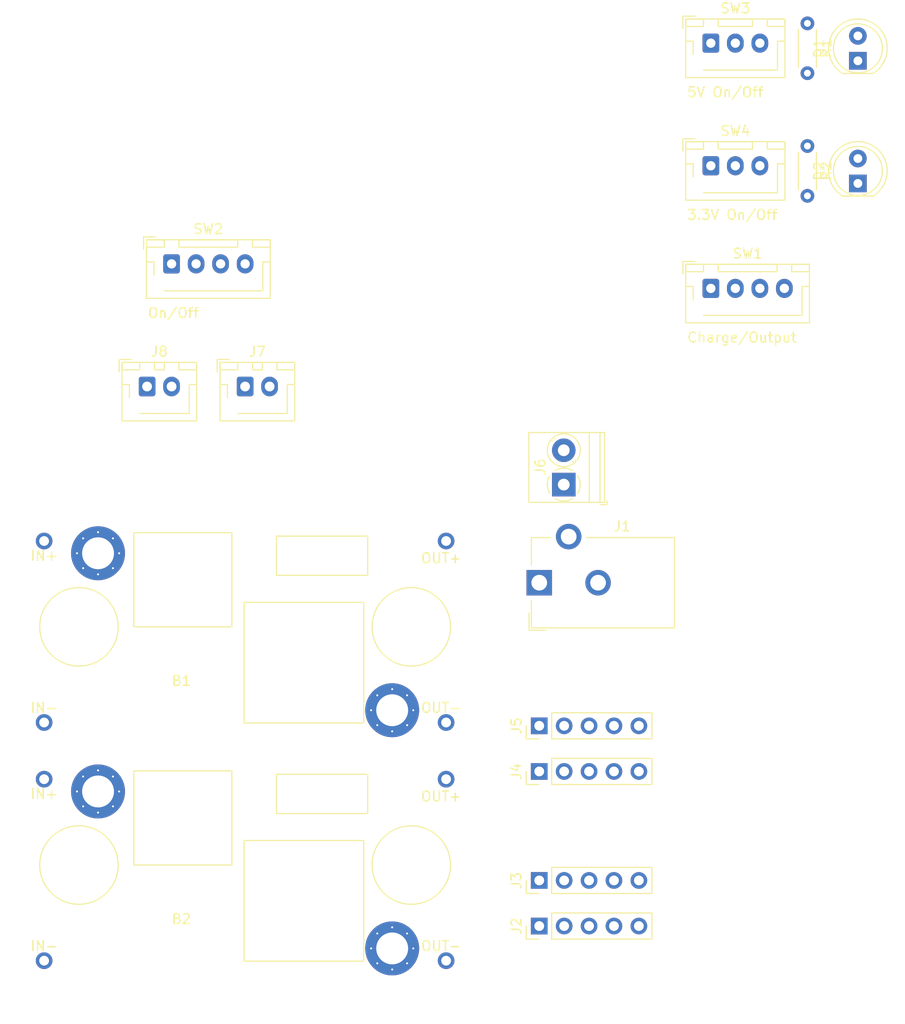
<source format=kicad_pcb>
(kicad_pcb (version 20171130) (host pcbnew 5.1.6)

  (general
    (thickness 1.6)
    (drawings 4)
    (tracks 0)
    (zones 0)
    (modules 18)
    (nets 13)
  )

  (page A4)
  (layers
    (0 F.Cu signal)
    (31 B.Cu signal)
    (32 B.Adhes user)
    (33 F.Adhes user)
    (34 B.Paste user)
    (35 F.Paste user)
    (36 B.SilkS user)
    (37 F.SilkS user)
    (38 B.Mask user)
    (39 F.Mask user)
    (40 Dwgs.User user)
    (41 Cmts.User user)
    (42 Eco1.User user)
    (43 Eco2.User user)
    (44 Edge.Cuts user)
    (45 Margin user)
    (46 B.CrtYd user)
    (47 F.CrtYd user)
    (48 B.Fab user)
    (49 F.Fab user)
  )

  (setup
    (last_trace_width 0.25)
    (trace_clearance 0.2)
    (zone_clearance 0.508)
    (zone_45_only no)
    (trace_min 0.2)
    (via_size 0.8)
    (via_drill 0.4)
    (via_min_size 0.4)
    (via_min_drill 0.3)
    (uvia_size 0.3)
    (uvia_drill 0.1)
    (uvias_allowed no)
    (uvia_min_size 0.2)
    (uvia_min_drill 0.1)
    (edge_width 0.05)
    (segment_width 0.2)
    (pcb_text_width 0.3)
    (pcb_text_size 1.5 1.5)
    (mod_edge_width 0.12)
    (mod_text_size 1 1)
    (mod_text_width 0.15)
    (pad_size 1.524 1.524)
    (pad_drill 0.762)
    (pad_to_mask_clearance 0.05)
    (aux_axis_origin 0 0)
    (visible_elements FFFFFF7F)
    (pcbplotparams
      (layerselection 0x010fc_ffffffff)
      (usegerberextensions false)
      (usegerberattributes true)
      (usegerberadvancedattributes true)
      (creategerberjobfile true)
      (excludeedgelayer true)
      (linewidth 0.100000)
      (plotframeref false)
      (viasonmask false)
      (mode 1)
      (useauxorigin false)
      (hpglpennumber 1)
      (hpglpenspeed 20)
      (hpglpendiameter 15.000000)
      (psnegative false)
      (psa4output false)
      (plotreference true)
      (plotvalue true)
      (plotinvisibletext false)
      (padsonsilk false)
      (subtractmaskfromsilk false)
      (outputformat 1)
      (mirror false)
      (drillshape 1)
      (scaleselection 1)
      (outputdirectory ""))
  )

  (net 0 "")
  (net 1 GND)
  (net 2 /Buck3V3/VoltageIn)
  (net 3 +5V)
  (net 4 +3V3)
  (net 5 "Net-(SW1-Pad2)")
  (net 6 +VDC)
  (net 7 +BATT)
  (net 8 /Buck5V/VoltageIn)
  (net 9 "Net-(D1-Pad2)")
  (net 10 "Net-(D2-Pad2)")
  (net 11 "Net-(SW1-Pad4)")
  (net 12 "Net-(SW2-Pad2)")

  (net_class Default "This is the default net class."
    (clearance 0.2)
    (trace_width 0.25)
    (via_dia 0.8)
    (via_drill 0.4)
    (uvia_dia 0.3)
    (uvia_drill 0.1)
    (add_net +3V3)
    (add_net +5V)
    (add_net +BATT)
    (add_net +VDC)
    (add_net /Buck3V3/VoltageIn)
    (add_net /Buck5V/VoltageIn)
    (add_net GND)
    (add_net "Net-(B3-Pad1)")
    (add_net "Net-(B3-Pad3)")
    (add_net "Net-(D1-Pad2)")
    (add_net "Net-(D2-Pad2)")
    (add_net "Net-(SW1-Pad2)")
    (add_net "Net-(SW1-Pad4)")
    (add_net "Net-(SW2-Pad2)")
    (add_net "Net-(SW3-Pad3)")
    (add_net "Net-(SW4-Pad3)")
  )

  (module Connector_JST:JST_XH_B4B-XH-AM_1x04_P2.50mm_Vertical (layer F.Cu) (tedit 5C28146E) (tstamp 6056C85F)
    (at 167.5 65)
    (descr "JST XH series connector, B4B-XH-AM, with boss (http://www.jst-mfg.com/product/pdf/eng/eXH.pdf), generated with kicad-footprint-generator")
    (tags "connector JST XH vertical boss")
    (path /605DD146)
    (fp_text reference SW1 (at 3.75 -3.55) (layer F.SilkS)
      (effects (font (size 1 1) (thickness 0.15)))
    )
    (fp_text value SW_DPST (at 3.75 4.6) (layer F.Fab)
      (effects (font (size 1 1) (thickness 0.15)))
    )
    (fp_line (start -2.85 -2.75) (end -2.85 -1.5) (layer F.SilkS) (width 0.12))
    (fp_line (start -1.6 -2.75) (end -2.85 -2.75) (layer F.SilkS) (width 0.12))
    (fp_line (start 9.3 2.75) (end 3.75 2.75) (layer F.SilkS) (width 0.12))
    (fp_line (start 9.3 -0.2) (end 9.3 2.75) (layer F.SilkS) (width 0.12))
    (fp_line (start 10.05 -0.2) (end 9.3 -0.2) (layer F.SilkS) (width 0.12))
    (fp_line (start 3.75 2.75) (end -0.74 2.75) (layer F.SilkS) (width 0.12))
    (fp_line (start -1.8 -0.2) (end -1.8 1.14) (layer F.SilkS) (width 0.12))
    (fp_line (start -2.55 -0.2) (end -1.8 -0.2) (layer F.SilkS) (width 0.12))
    (fp_line (start 10.05 -2.45) (end 8.25 -2.45) (layer F.SilkS) (width 0.12))
    (fp_line (start 10.05 -1.7) (end 10.05 -2.45) (layer F.SilkS) (width 0.12))
    (fp_line (start 8.25 -1.7) (end 10.05 -1.7) (layer F.SilkS) (width 0.12))
    (fp_line (start 8.25 -2.45) (end 8.25 -1.7) (layer F.SilkS) (width 0.12))
    (fp_line (start -0.75 -2.45) (end -2.55 -2.45) (layer F.SilkS) (width 0.12))
    (fp_line (start -0.75 -1.7) (end -0.75 -2.45) (layer F.SilkS) (width 0.12))
    (fp_line (start -2.55 -1.7) (end -0.75 -1.7) (layer F.SilkS) (width 0.12))
    (fp_line (start -2.55 -2.45) (end -2.55 -1.7) (layer F.SilkS) (width 0.12))
    (fp_line (start 6.75 -2.45) (end 0.75 -2.45) (layer F.SilkS) (width 0.12))
    (fp_line (start 6.75 -1.7) (end 6.75 -2.45) (layer F.SilkS) (width 0.12))
    (fp_line (start 0.75 -1.7) (end 6.75 -1.7) (layer F.SilkS) (width 0.12))
    (fp_line (start 0.75 -2.45) (end 0.75 -1.7) (layer F.SilkS) (width 0.12))
    (fp_line (start 0 -1.35) (end 0.625 -2.35) (layer F.Fab) (width 0.1))
    (fp_line (start -0.625 -2.35) (end 0 -1.35) (layer F.Fab) (width 0.1))
    (fp_line (start 10.45 -2.85) (end -2.95 -2.85) (layer F.CrtYd) (width 0.05))
    (fp_line (start 10.45 3.9) (end 10.45 -2.85) (layer F.CrtYd) (width 0.05))
    (fp_line (start -2.95 3.9) (end 10.45 3.9) (layer F.CrtYd) (width 0.05))
    (fp_line (start -2.95 -2.85) (end -2.95 3.9) (layer F.CrtYd) (width 0.05))
    (fp_line (start 10.06 -2.46) (end -2.56 -2.46) (layer F.SilkS) (width 0.12))
    (fp_line (start 10.06 3.51) (end 10.06 -2.46) (layer F.SilkS) (width 0.12))
    (fp_line (start -2.56 3.51) (end 10.06 3.51) (layer F.SilkS) (width 0.12))
    (fp_line (start -2.56 -2.46) (end -2.56 3.51) (layer F.SilkS) (width 0.12))
    (fp_line (start 9.95 -2.35) (end -2.45 -2.35) (layer F.Fab) (width 0.1))
    (fp_line (start 9.95 3.4) (end 9.95 -2.35) (layer F.Fab) (width 0.1))
    (fp_line (start -2.45 3.4) (end 9.95 3.4) (layer F.Fab) (width 0.1))
    (fp_line (start -2.45 -2.35) (end -2.45 3.4) (layer F.Fab) (width 0.1))
    (fp_text user %R (at 3.75 2.7) (layer F.Fab)
      (effects (font (size 1 1) (thickness 0.15)))
    )
    (pad "" np_thru_hole circle (at -1.6 2) (size 1.2 1.2) (drill 1.2) (layers *.Cu *.Mask))
    (pad 4 thru_hole oval (at 7.5 0) (size 1.7 1.95) (drill 0.95) (layers *.Cu *.Mask)
      (net 11 "Net-(SW1-Pad4)"))
    (pad 3 thru_hole oval (at 5 0) (size 1.7 1.95) (drill 0.95) (layers *.Cu *.Mask)
      (net 6 +VDC))
    (pad 2 thru_hole oval (at 2.5 0) (size 1.7 1.95) (drill 0.95) (layers *.Cu *.Mask)
      (net 5 "Net-(SW1-Pad2)"))
    (pad 1 thru_hole roundrect (at 0 0) (size 1.7 1.95) (drill 0.95) (layers *.Cu *.Mask) (roundrect_rratio 0.147059)
      (net 7 +BATT))
    (model ${KISYS3DMOD}/Connector_JST.3dshapes/JST_XH_B4B-XH-AM_1x04_P2.50mm_Vertical.wrl
      (at (xyz 0 0 0))
      (scale (xyz 1 1 1))
      (rotate (xyz 0 0 0))
    )
  )

  (module Connector_JST:JST_XH_B4B-XH-AM_1x04_P2.50mm_Vertical (layer F.Cu) (tedit 5C28146E) (tstamp 6056BFB4)
    (at 112.5 62.5)
    (descr "JST XH series connector, B4B-XH-AM, with boss (http://www.jst-mfg.com/product/pdf/eng/eXH.pdf), generated with kicad-footprint-generator")
    (tags "connector JST XH vertical boss")
    (path /605D8BE4)
    (fp_text reference SW2 (at 3.75 -3.55) (layer F.SilkS)
      (effects (font (size 1 1) (thickness 0.15)))
    )
    (fp_text value SW_DPST (at 3.75 4.6) (layer F.Fab)
      (effects (font (size 1 1) (thickness 0.15)))
    )
    (fp_line (start -2.85 -2.75) (end -2.85 -1.5) (layer F.SilkS) (width 0.12))
    (fp_line (start -1.6 -2.75) (end -2.85 -2.75) (layer F.SilkS) (width 0.12))
    (fp_line (start 9.3 2.75) (end 3.75 2.75) (layer F.SilkS) (width 0.12))
    (fp_line (start 9.3 -0.2) (end 9.3 2.75) (layer F.SilkS) (width 0.12))
    (fp_line (start 10.05 -0.2) (end 9.3 -0.2) (layer F.SilkS) (width 0.12))
    (fp_line (start 3.75 2.75) (end -0.74 2.75) (layer F.SilkS) (width 0.12))
    (fp_line (start -1.8 -0.2) (end -1.8 1.14) (layer F.SilkS) (width 0.12))
    (fp_line (start -2.55 -0.2) (end -1.8 -0.2) (layer F.SilkS) (width 0.12))
    (fp_line (start 10.05 -2.45) (end 8.25 -2.45) (layer F.SilkS) (width 0.12))
    (fp_line (start 10.05 -1.7) (end 10.05 -2.45) (layer F.SilkS) (width 0.12))
    (fp_line (start 8.25 -1.7) (end 10.05 -1.7) (layer F.SilkS) (width 0.12))
    (fp_line (start 8.25 -2.45) (end 8.25 -1.7) (layer F.SilkS) (width 0.12))
    (fp_line (start -0.75 -2.45) (end -2.55 -2.45) (layer F.SilkS) (width 0.12))
    (fp_line (start -0.75 -1.7) (end -0.75 -2.45) (layer F.SilkS) (width 0.12))
    (fp_line (start -2.55 -1.7) (end -0.75 -1.7) (layer F.SilkS) (width 0.12))
    (fp_line (start -2.55 -2.45) (end -2.55 -1.7) (layer F.SilkS) (width 0.12))
    (fp_line (start 6.75 -2.45) (end 0.75 -2.45) (layer F.SilkS) (width 0.12))
    (fp_line (start 6.75 -1.7) (end 6.75 -2.45) (layer F.SilkS) (width 0.12))
    (fp_line (start 0.75 -1.7) (end 6.75 -1.7) (layer F.SilkS) (width 0.12))
    (fp_line (start 0.75 -2.45) (end 0.75 -1.7) (layer F.SilkS) (width 0.12))
    (fp_line (start 0 -1.35) (end 0.625 -2.35) (layer F.Fab) (width 0.1))
    (fp_line (start -0.625 -2.35) (end 0 -1.35) (layer F.Fab) (width 0.1))
    (fp_line (start 10.45 -2.85) (end -2.95 -2.85) (layer F.CrtYd) (width 0.05))
    (fp_line (start 10.45 3.9) (end 10.45 -2.85) (layer F.CrtYd) (width 0.05))
    (fp_line (start -2.95 3.9) (end 10.45 3.9) (layer F.CrtYd) (width 0.05))
    (fp_line (start -2.95 -2.85) (end -2.95 3.9) (layer F.CrtYd) (width 0.05))
    (fp_line (start 10.06 -2.46) (end -2.56 -2.46) (layer F.SilkS) (width 0.12))
    (fp_line (start 10.06 3.51) (end 10.06 -2.46) (layer F.SilkS) (width 0.12))
    (fp_line (start -2.56 3.51) (end 10.06 3.51) (layer F.SilkS) (width 0.12))
    (fp_line (start -2.56 -2.46) (end -2.56 3.51) (layer F.SilkS) (width 0.12))
    (fp_line (start 9.95 -2.35) (end -2.45 -2.35) (layer F.Fab) (width 0.1))
    (fp_line (start 9.95 3.4) (end 9.95 -2.35) (layer F.Fab) (width 0.1))
    (fp_line (start -2.45 3.4) (end 9.95 3.4) (layer F.Fab) (width 0.1))
    (fp_line (start -2.45 -2.35) (end -2.45 3.4) (layer F.Fab) (width 0.1))
    (fp_text user %R (at 3.75 2.7) (layer F.Fab)
      (effects (font (size 1 1) (thickness 0.15)))
    )
    (pad "" np_thru_hole circle (at -1.6 2) (size 1.2 1.2) (drill 1.2) (layers *.Cu *.Mask))
    (pad 4 thru_hole oval (at 7.5 0) (size 1.7 1.95) (drill 0.95) (layers *.Cu *.Mask))
    (pad 3 thru_hole oval (at 5 0) (size 1.7 1.95) (drill 0.95) (layers *.Cu *.Mask)
      (net 11 "Net-(SW1-Pad4)"))
    (pad 2 thru_hole oval (at 2.5 0) (size 1.7 1.95) (drill 0.95) (layers *.Cu *.Mask)
      (net 12 "Net-(SW2-Pad2)"))
    (pad 1 thru_hole roundrect (at 0 0) (size 1.7 1.95) (drill 0.95) (layers *.Cu *.Mask) (roundrect_rratio 0.147059)
      (net 5 "Net-(SW1-Pad2)"))
    (model ${KISYS3DMOD}/Connector_JST.3dshapes/JST_XH_B4B-XH-AM_1x04_P2.50mm_Vertical.wrl
      (at (xyz 0 0 0))
      (scale (xyz 1 1 1))
      (rotate (xyz 0 0 0))
    )
  )

  (module Connector_JST:JST_XH_B3B-XH-AM_1x03_P2.50mm_Vertical (layer F.Cu) (tedit 5C28146E) (tstamp 6056923F)
    (at 167.5 52.5)
    (descr "JST XH series connector, B3B-XH-AM, with boss (http://www.jst-mfg.com/product/pdf/eng/eXH.pdf), generated with kicad-footprint-generator")
    (tags "connector JST XH vertical boss")
    (path /605ACA00)
    (fp_text reference SW4 (at 2.5 -3.55) (layer F.SilkS)
      (effects (font (size 1 1) (thickness 0.15)))
    )
    (fp_text value SW_SPDT (at 2.5 4.6) (layer F.Fab)
      (effects (font (size 1 1) (thickness 0.15)))
    )
    (fp_line (start -2.85 -2.75) (end -2.85 -1.5) (layer F.SilkS) (width 0.12))
    (fp_line (start -1.6 -2.75) (end -2.85 -2.75) (layer F.SilkS) (width 0.12))
    (fp_line (start 6.8 2.75) (end 2.5 2.75) (layer F.SilkS) (width 0.12))
    (fp_line (start 6.8 -0.2) (end 6.8 2.75) (layer F.SilkS) (width 0.12))
    (fp_line (start 7.55 -0.2) (end 6.8 -0.2) (layer F.SilkS) (width 0.12))
    (fp_line (start 2.5 2.75) (end -0.74 2.75) (layer F.SilkS) (width 0.12))
    (fp_line (start -1.8 -0.2) (end -1.8 1.14) (layer F.SilkS) (width 0.12))
    (fp_line (start -2.55 -0.2) (end -1.8 -0.2) (layer F.SilkS) (width 0.12))
    (fp_line (start 7.55 -2.45) (end 5.75 -2.45) (layer F.SilkS) (width 0.12))
    (fp_line (start 7.55 -1.7) (end 7.55 -2.45) (layer F.SilkS) (width 0.12))
    (fp_line (start 5.75 -1.7) (end 7.55 -1.7) (layer F.SilkS) (width 0.12))
    (fp_line (start 5.75 -2.45) (end 5.75 -1.7) (layer F.SilkS) (width 0.12))
    (fp_line (start -0.75 -2.45) (end -2.55 -2.45) (layer F.SilkS) (width 0.12))
    (fp_line (start -0.75 -1.7) (end -0.75 -2.45) (layer F.SilkS) (width 0.12))
    (fp_line (start -2.55 -1.7) (end -0.75 -1.7) (layer F.SilkS) (width 0.12))
    (fp_line (start -2.55 -2.45) (end -2.55 -1.7) (layer F.SilkS) (width 0.12))
    (fp_line (start 4.25 -2.45) (end 0.75 -2.45) (layer F.SilkS) (width 0.12))
    (fp_line (start 4.25 -1.7) (end 4.25 -2.45) (layer F.SilkS) (width 0.12))
    (fp_line (start 0.75 -1.7) (end 4.25 -1.7) (layer F.SilkS) (width 0.12))
    (fp_line (start 0.75 -2.45) (end 0.75 -1.7) (layer F.SilkS) (width 0.12))
    (fp_line (start 0 -1.35) (end 0.625 -2.35) (layer F.Fab) (width 0.1))
    (fp_line (start -0.625 -2.35) (end 0 -1.35) (layer F.Fab) (width 0.1))
    (fp_line (start 7.95 -2.85) (end -2.95 -2.85) (layer F.CrtYd) (width 0.05))
    (fp_line (start 7.95 3.9) (end 7.95 -2.85) (layer F.CrtYd) (width 0.05))
    (fp_line (start -2.95 3.9) (end 7.95 3.9) (layer F.CrtYd) (width 0.05))
    (fp_line (start -2.95 -2.85) (end -2.95 3.9) (layer F.CrtYd) (width 0.05))
    (fp_line (start 7.56 -2.46) (end -2.56 -2.46) (layer F.SilkS) (width 0.12))
    (fp_line (start 7.56 3.51) (end 7.56 -2.46) (layer F.SilkS) (width 0.12))
    (fp_line (start -2.56 3.51) (end 7.56 3.51) (layer F.SilkS) (width 0.12))
    (fp_line (start -2.56 -2.46) (end -2.56 3.51) (layer F.SilkS) (width 0.12))
    (fp_line (start 7.45 -2.35) (end -2.45 -2.35) (layer F.Fab) (width 0.1))
    (fp_line (start 7.45 3.4) (end 7.45 -2.35) (layer F.Fab) (width 0.1))
    (fp_line (start -2.45 3.4) (end 7.45 3.4) (layer F.Fab) (width 0.1))
    (fp_line (start -2.45 -2.35) (end -2.45 3.4) (layer F.Fab) (width 0.1))
    (fp_text user %R (at 2.5 2.7) (layer F.Fab)
      (effects (font (size 1 1) (thickness 0.15)))
    )
    (pad "" np_thru_hole circle (at -1.6 2) (size 1.2 1.2) (drill 1.2) (layers *.Cu *.Mask))
    (pad 3 thru_hole oval (at 5 0) (size 1.7 1.95) (drill 0.95) (layers *.Cu *.Mask))
    (pad 2 thru_hole oval (at 2.5 0) (size 1.7 1.95) (drill 0.95) (layers *.Cu *.Mask)
      (net 12 "Net-(SW2-Pad2)"))
    (pad 1 thru_hole roundrect (at 0 0) (size 1.7 1.95) (drill 0.95) (layers *.Cu *.Mask) (roundrect_rratio 0.147059)
      (net 2 /Buck3V3/VoltageIn))
    (model ${KISYS3DMOD}/Connector_JST.3dshapes/JST_XH_B3B-XH-AM_1x03_P2.50mm_Vertical.wrl
      (at (xyz 0 0 0))
      (scale (xyz 1 1 1))
      (rotate (xyz 0 0 0))
    )
  )

  (module Connector_JST:JST_XH_B3B-XH-AM_1x03_P2.50mm_Vertical (layer F.Cu) (tedit 5C28146E) (tstamp 60569214)
    (at 167.5 40)
    (descr "JST XH series connector, B3B-XH-AM, with boss (http://www.jst-mfg.com/product/pdf/eng/eXH.pdf), generated with kicad-footprint-generator")
    (tags "connector JST XH vertical boss")
    (path /605AB739)
    (fp_text reference SW3 (at 2.5 -3.55) (layer F.SilkS)
      (effects (font (size 1 1) (thickness 0.15)))
    )
    (fp_text value SW_SPDT (at 2.5 4.6) (layer F.Fab)
      (effects (font (size 1 1) (thickness 0.15)))
    )
    (fp_line (start -2.85 -2.75) (end -2.85 -1.5) (layer F.SilkS) (width 0.12))
    (fp_line (start -1.6 -2.75) (end -2.85 -2.75) (layer F.SilkS) (width 0.12))
    (fp_line (start 6.8 2.75) (end 2.5 2.75) (layer F.SilkS) (width 0.12))
    (fp_line (start 6.8 -0.2) (end 6.8 2.75) (layer F.SilkS) (width 0.12))
    (fp_line (start 7.55 -0.2) (end 6.8 -0.2) (layer F.SilkS) (width 0.12))
    (fp_line (start 2.5 2.75) (end -0.74 2.75) (layer F.SilkS) (width 0.12))
    (fp_line (start -1.8 -0.2) (end -1.8 1.14) (layer F.SilkS) (width 0.12))
    (fp_line (start -2.55 -0.2) (end -1.8 -0.2) (layer F.SilkS) (width 0.12))
    (fp_line (start 7.55 -2.45) (end 5.75 -2.45) (layer F.SilkS) (width 0.12))
    (fp_line (start 7.55 -1.7) (end 7.55 -2.45) (layer F.SilkS) (width 0.12))
    (fp_line (start 5.75 -1.7) (end 7.55 -1.7) (layer F.SilkS) (width 0.12))
    (fp_line (start 5.75 -2.45) (end 5.75 -1.7) (layer F.SilkS) (width 0.12))
    (fp_line (start -0.75 -2.45) (end -2.55 -2.45) (layer F.SilkS) (width 0.12))
    (fp_line (start -0.75 -1.7) (end -0.75 -2.45) (layer F.SilkS) (width 0.12))
    (fp_line (start -2.55 -1.7) (end -0.75 -1.7) (layer F.SilkS) (width 0.12))
    (fp_line (start -2.55 -2.45) (end -2.55 -1.7) (layer F.SilkS) (width 0.12))
    (fp_line (start 4.25 -2.45) (end 0.75 -2.45) (layer F.SilkS) (width 0.12))
    (fp_line (start 4.25 -1.7) (end 4.25 -2.45) (layer F.SilkS) (width 0.12))
    (fp_line (start 0.75 -1.7) (end 4.25 -1.7) (layer F.SilkS) (width 0.12))
    (fp_line (start 0.75 -2.45) (end 0.75 -1.7) (layer F.SilkS) (width 0.12))
    (fp_line (start 0 -1.35) (end 0.625 -2.35) (layer F.Fab) (width 0.1))
    (fp_line (start -0.625 -2.35) (end 0 -1.35) (layer F.Fab) (width 0.1))
    (fp_line (start 7.95 -2.85) (end -2.95 -2.85) (layer F.CrtYd) (width 0.05))
    (fp_line (start 7.95 3.9) (end 7.95 -2.85) (layer F.CrtYd) (width 0.05))
    (fp_line (start -2.95 3.9) (end 7.95 3.9) (layer F.CrtYd) (width 0.05))
    (fp_line (start -2.95 -2.85) (end -2.95 3.9) (layer F.CrtYd) (width 0.05))
    (fp_line (start 7.56 -2.46) (end -2.56 -2.46) (layer F.SilkS) (width 0.12))
    (fp_line (start 7.56 3.51) (end 7.56 -2.46) (layer F.SilkS) (width 0.12))
    (fp_line (start -2.56 3.51) (end 7.56 3.51) (layer F.SilkS) (width 0.12))
    (fp_line (start -2.56 -2.46) (end -2.56 3.51) (layer F.SilkS) (width 0.12))
    (fp_line (start 7.45 -2.35) (end -2.45 -2.35) (layer F.Fab) (width 0.1))
    (fp_line (start 7.45 3.4) (end 7.45 -2.35) (layer F.Fab) (width 0.1))
    (fp_line (start -2.45 3.4) (end 7.45 3.4) (layer F.Fab) (width 0.1))
    (fp_line (start -2.45 -2.35) (end -2.45 3.4) (layer F.Fab) (width 0.1))
    (fp_text user %R (at 2.5 2.7) (layer F.Fab)
      (effects (font (size 1 1) (thickness 0.15)))
    )
    (pad "" np_thru_hole circle (at -1.6 2) (size 1.2 1.2) (drill 1.2) (layers *.Cu *.Mask))
    (pad 3 thru_hole oval (at 5 0) (size 1.7 1.95) (drill 0.95) (layers *.Cu *.Mask))
    (pad 2 thru_hole oval (at 2.5 0) (size 1.7 1.95) (drill 0.95) (layers *.Cu *.Mask)
      (net 12 "Net-(SW2-Pad2)"))
    (pad 1 thru_hole roundrect (at 0 0) (size 1.7 1.95) (drill 0.95) (layers *.Cu *.Mask) (roundrect_rratio 0.147059)
      (net 8 /Buck5V/VoltageIn))
    (model ${KISYS3DMOD}/Connector_JST.3dshapes/JST_XH_B3B-XH-AM_1x03_P2.50mm_Vertical.wrl
      (at (xyz 0 0 0))
      (scale (xyz 1 1 1))
      (rotate (xyz 0 0 0))
    )
  )

  (module Resistor_THT:R_Axial_DIN0204_L3.6mm_D1.6mm_P5.08mm_Horizontal (layer F.Cu) (tedit 5AE5139B) (tstamp 6056918D)
    (at 177.35 50.485 270)
    (descr "Resistor, Axial_DIN0204 series, Axial, Horizontal, pin pitch=5.08mm, 0.167W, length*diameter=3.6*1.6mm^2, http://cdn-reichelt.de/documents/datenblatt/B400/1_4W%23YAG.pdf")
    (tags "Resistor Axial_DIN0204 series Axial Horizontal pin pitch 5.08mm 0.167W length 3.6mm diameter 1.6mm")
    (path /605B6C24)
    (fp_text reference R2 (at 2.54 -1.92 90) (layer F.SilkS)
      (effects (font (size 1 1) (thickness 0.15)))
    )
    (fp_text value R65 (at 2.54 1.92 90) (layer F.Fab)
      (effects (font (size 1 1) (thickness 0.15)))
    )
    (fp_line (start 6.03 -1.05) (end -0.95 -1.05) (layer F.CrtYd) (width 0.05))
    (fp_line (start 6.03 1.05) (end 6.03 -1.05) (layer F.CrtYd) (width 0.05))
    (fp_line (start -0.95 1.05) (end 6.03 1.05) (layer F.CrtYd) (width 0.05))
    (fp_line (start -0.95 -1.05) (end -0.95 1.05) (layer F.CrtYd) (width 0.05))
    (fp_line (start 0.62 0.92) (end 4.46 0.92) (layer F.SilkS) (width 0.12))
    (fp_line (start 0.62 -0.92) (end 4.46 -0.92) (layer F.SilkS) (width 0.12))
    (fp_line (start 5.08 0) (end 4.34 0) (layer F.Fab) (width 0.1))
    (fp_line (start 0 0) (end 0.74 0) (layer F.Fab) (width 0.1))
    (fp_line (start 4.34 -0.8) (end 0.74 -0.8) (layer F.Fab) (width 0.1))
    (fp_line (start 4.34 0.8) (end 4.34 -0.8) (layer F.Fab) (width 0.1))
    (fp_line (start 0.74 0.8) (end 4.34 0.8) (layer F.Fab) (width 0.1))
    (fp_line (start 0.74 -0.8) (end 0.74 0.8) (layer F.Fab) (width 0.1))
    (fp_text user %R (at 2.54 0 90) (layer F.Fab)
      (effects (font (size 0.72 0.72) (thickness 0.108)))
    )
    (pad 2 thru_hole oval (at 5.08 0 270) (size 1.4 1.4) (drill 0.7) (layers *.Cu *.Mask)
      (net 4 +3V3))
    (pad 1 thru_hole circle (at 0 0 270) (size 1.4 1.4) (drill 0.7) (layers *.Cu *.Mask)
      (net 10 "Net-(D2-Pad2)"))
    (model ${KISYS3DMOD}/Resistor_THT.3dshapes/R_Axial_DIN0204_L3.6mm_D1.6mm_P5.08mm_Horizontal.wrl
      (at (xyz 0 0 0))
      (scale (xyz 1 1 1))
      (rotate (xyz 0 0 0))
    )
  )

  (module Resistor_THT:R_Axial_DIN0204_L3.6mm_D1.6mm_P5.08mm_Horizontal (layer F.Cu) (tedit 5AE5139B) (tstamp 6056917A)
    (at 177.35 37.985 270)
    (descr "Resistor, Axial_DIN0204 series, Axial, Horizontal, pin pitch=5.08mm, 0.167W, length*diameter=3.6*1.6mm^2, http://cdn-reichelt.de/documents/datenblatt/B400/1_4W%23YAG.pdf")
    (tags "Resistor Axial_DIN0204 series Axial Horizontal pin pitch 5.08mm 0.167W length 3.6mm diameter 1.6mm")
    (path /605B67EC)
    (fp_text reference R1 (at 2.54 -1.92 90) (layer F.SilkS)
      (effects (font (size 1 1) (thickness 0.15)))
    )
    (fp_text value R150 (at 2.54 1.92 90) (layer F.Fab)
      (effects (font (size 1 1) (thickness 0.15)))
    )
    (fp_line (start 0.74 -0.8) (end 0.74 0.8) (layer F.Fab) (width 0.1))
    (fp_line (start 0.74 0.8) (end 4.34 0.8) (layer F.Fab) (width 0.1))
    (fp_line (start 4.34 0.8) (end 4.34 -0.8) (layer F.Fab) (width 0.1))
    (fp_line (start 4.34 -0.8) (end 0.74 -0.8) (layer F.Fab) (width 0.1))
    (fp_line (start 0 0) (end 0.74 0) (layer F.Fab) (width 0.1))
    (fp_line (start 5.08 0) (end 4.34 0) (layer F.Fab) (width 0.1))
    (fp_line (start 0.62 -0.92) (end 4.46 -0.92) (layer F.SilkS) (width 0.12))
    (fp_line (start 0.62 0.92) (end 4.46 0.92) (layer F.SilkS) (width 0.12))
    (fp_line (start -0.95 -1.05) (end -0.95 1.05) (layer F.CrtYd) (width 0.05))
    (fp_line (start -0.95 1.05) (end 6.03 1.05) (layer F.CrtYd) (width 0.05))
    (fp_line (start 6.03 1.05) (end 6.03 -1.05) (layer F.CrtYd) (width 0.05))
    (fp_line (start 6.03 -1.05) (end -0.95 -1.05) (layer F.CrtYd) (width 0.05))
    (fp_text user %R (at 2.54 0 90) (layer F.Fab)
      (effects (font (size 0.72 0.72) (thickness 0.108)))
    )
    (pad 1 thru_hole circle (at 0 0 270) (size 1.4 1.4) (drill 0.7) (layers *.Cu *.Mask)
      (net 9 "Net-(D1-Pad2)"))
    (pad 2 thru_hole oval (at 5.08 0 270) (size 1.4 1.4) (drill 0.7) (layers *.Cu *.Mask)
      (net 3 +5V))
    (model ${KISYS3DMOD}/Resistor_THT.3dshapes/R_Axial_DIN0204_L3.6mm_D1.6mm_P5.08mm_Horizontal.wrl
      (at (xyz 0 0 0))
      (scale (xyz 1 1 1))
      (rotate (xyz 0 0 0))
    )
  )

  (module LED_THT:LED_D5.0mm (layer F.Cu) (tedit 5995936A) (tstamp 60568F6F)
    (at 182.5 54.3 90)
    (descr "LED, diameter 5.0mm, 2 pins, http://cdn-reichelt.de/documents/datenblatt/A500/LL-504BC2E-009.pdf")
    (tags "LED diameter 5.0mm 2 pins")
    (path /605B8321)
    (fp_text reference D2 (at 1.27 -3.96 90) (layer F.SilkS)
      (effects (font (size 1 1) (thickness 0.15)))
    )
    (fp_text value LED (at 1.27 3.96 90) (layer F.Fab)
      (effects (font (size 1 1) (thickness 0.15)))
    )
    (fp_line (start 4.5 -3.25) (end -1.95 -3.25) (layer F.CrtYd) (width 0.05))
    (fp_line (start 4.5 3.25) (end 4.5 -3.25) (layer F.CrtYd) (width 0.05))
    (fp_line (start -1.95 3.25) (end 4.5 3.25) (layer F.CrtYd) (width 0.05))
    (fp_line (start -1.95 -3.25) (end -1.95 3.25) (layer F.CrtYd) (width 0.05))
    (fp_line (start -1.29 -1.545) (end -1.29 1.545) (layer F.SilkS) (width 0.12))
    (fp_line (start -1.23 -1.469694) (end -1.23 1.469694) (layer F.Fab) (width 0.1))
    (fp_circle (center 1.27 0) (end 3.77 0) (layer F.SilkS) (width 0.12))
    (fp_circle (center 1.27 0) (end 3.77 0) (layer F.Fab) (width 0.1))
    (fp_text user %R (at 1.25 0 90) (layer F.Fab)
      (effects (font (size 0.8 0.8) (thickness 0.2)))
    )
    (fp_arc (start 1.27 0) (end -1.29 1.54483) (angle -148.9) (layer F.SilkS) (width 0.12))
    (fp_arc (start 1.27 0) (end -1.29 -1.54483) (angle 148.9) (layer F.SilkS) (width 0.12))
    (fp_arc (start 1.27 0) (end -1.23 -1.469694) (angle 299.1) (layer F.Fab) (width 0.1))
    (pad 2 thru_hole circle (at 2.54 0 90) (size 1.8 1.8) (drill 0.9) (layers *.Cu *.Mask)
      (net 10 "Net-(D2-Pad2)"))
    (pad 1 thru_hole rect (at 0 0 90) (size 1.8 1.8) (drill 0.9) (layers *.Cu *.Mask)
      (net 1 GND))
    (model ${KISYS3DMOD}/LED_THT.3dshapes/LED_D5.0mm.wrl
      (at (xyz 0 0 0))
      (scale (xyz 1 1 1))
      (rotate (xyz 0 0 0))
    )
  )

  (module LED_THT:LED_D5.0mm (layer F.Cu) (tedit 5995936A) (tstamp 60568F5D)
    (at 182.5 41.8 90)
    (descr "LED, diameter 5.0mm, 2 pins, http://cdn-reichelt.de/documents/datenblatt/A500/LL-504BC2E-009.pdf")
    (tags "LED diameter 5.0mm 2 pins")
    (path /605B597F)
    (fp_text reference D1 (at 1.27 -3.96 90) (layer F.SilkS)
      (effects (font (size 1 1) (thickness 0.15)))
    )
    (fp_text value LED (at 1.27 3.96 90) (layer F.Fab)
      (effects (font (size 1 1) (thickness 0.15)))
    )
    (fp_circle (center 1.27 0) (end 3.77 0) (layer F.Fab) (width 0.1))
    (fp_circle (center 1.27 0) (end 3.77 0) (layer F.SilkS) (width 0.12))
    (fp_line (start -1.23 -1.469694) (end -1.23 1.469694) (layer F.Fab) (width 0.1))
    (fp_line (start -1.29 -1.545) (end -1.29 1.545) (layer F.SilkS) (width 0.12))
    (fp_line (start -1.95 -3.25) (end -1.95 3.25) (layer F.CrtYd) (width 0.05))
    (fp_line (start -1.95 3.25) (end 4.5 3.25) (layer F.CrtYd) (width 0.05))
    (fp_line (start 4.5 3.25) (end 4.5 -3.25) (layer F.CrtYd) (width 0.05))
    (fp_line (start 4.5 -3.25) (end -1.95 -3.25) (layer F.CrtYd) (width 0.05))
    (fp_arc (start 1.27 0) (end -1.23 -1.469694) (angle 299.1) (layer F.Fab) (width 0.1))
    (fp_arc (start 1.27 0) (end -1.29 -1.54483) (angle 148.9) (layer F.SilkS) (width 0.12))
    (fp_arc (start 1.27 0) (end -1.29 1.54483) (angle -148.9) (layer F.SilkS) (width 0.12))
    (fp_text user %R (at 1.25 0 90) (layer F.Fab)
      (effects (font (size 0.8 0.8) (thickness 0.2)))
    )
    (pad 1 thru_hole rect (at 0 0 90) (size 1.8 1.8) (drill 0.9) (layers *.Cu *.Mask)
      (net 1 GND))
    (pad 2 thru_hole circle (at 2.54 0 90) (size 1.8 1.8) (drill 0.9) (layers *.Cu *.Mask)
      (net 9 "Net-(D1-Pad2)"))
    (model ${KISYS3DMOD}/LED_THT.3dshapes/LED_D5.0mm.wrl
      (at (xyz 0 0 0))
      (scale (xyz 1 1 1))
      (rotate (xyz 0 0 0))
    )
  )

  (module Connector_JST:JST_XH_B2B-XH-AM_1x02_P2.50mm_Vertical (layer F.Cu) (tedit 5C28146E) (tstamp 6056881C)
    (at 110 75)
    (descr "JST XH series connector, B2B-XH-AM, with boss (http://www.jst-mfg.com/product/pdf/eng/eXH.pdf), generated with kicad-footprint-generator")
    (tags "connector JST XH vertical boss")
    (path /6059B231)
    (fp_text reference J8 (at 1.25 -3.55) (layer F.SilkS)
      (effects (font (size 1 1) (thickness 0.15)))
    )
    (fp_text value Conn_01x02_Male (at 1.25 4.6) (layer F.Fab)
      (effects (font (size 1 1) (thickness 0.15)))
    )
    (fp_line (start -2.85 -2.75) (end -2.85 -1.5) (layer F.SilkS) (width 0.12))
    (fp_line (start -1.6 -2.75) (end -2.85 -2.75) (layer F.SilkS) (width 0.12))
    (fp_line (start 4.3 2.75) (end 1.25 2.75) (layer F.SilkS) (width 0.12))
    (fp_line (start 4.3 -0.2) (end 4.3 2.75) (layer F.SilkS) (width 0.12))
    (fp_line (start 5.05 -0.2) (end 4.3 -0.2) (layer F.SilkS) (width 0.12))
    (fp_line (start 1.25 2.75) (end -0.74 2.75) (layer F.SilkS) (width 0.12))
    (fp_line (start -1.8 -0.2) (end -1.8 1.14) (layer F.SilkS) (width 0.12))
    (fp_line (start -2.55 -0.2) (end -1.8 -0.2) (layer F.SilkS) (width 0.12))
    (fp_line (start 5.05 -2.45) (end 3.25 -2.45) (layer F.SilkS) (width 0.12))
    (fp_line (start 5.05 -1.7) (end 5.05 -2.45) (layer F.SilkS) (width 0.12))
    (fp_line (start 3.25 -1.7) (end 5.05 -1.7) (layer F.SilkS) (width 0.12))
    (fp_line (start 3.25 -2.45) (end 3.25 -1.7) (layer F.SilkS) (width 0.12))
    (fp_line (start -0.75 -2.45) (end -2.55 -2.45) (layer F.SilkS) (width 0.12))
    (fp_line (start -0.75 -1.7) (end -0.75 -2.45) (layer F.SilkS) (width 0.12))
    (fp_line (start -2.55 -1.7) (end -0.75 -1.7) (layer F.SilkS) (width 0.12))
    (fp_line (start -2.55 -2.45) (end -2.55 -1.7) (layer F.SilkS) (width 0.12))
    (fp_line (start 1.75 -2.45) (end 0.75 -2.45) (layer F.SilkS) (width 0.12))
    (fp_line (start 1.75 -1.7) (end 1.75 -2.45) (layer F.SilkS) (width 0.12))
    (fp_line (start 0.75 -1.7) (end 1.75 -1.7) (layer F.SilkS) (width 0.12))
    (fp_line (start 0.75 -2.45) (end 0.75 -1.7) (layer F.SilkS) (width 0.12))
    (fp_line (start 0 -1.35) (end 0.625 -2.35) (layer F.Fab) (width 0.1))
    (fp_line (start -0.625 -2.35) (end 0 -1.35) (layer F.Fab) (width 0.1))
    (fp_line (start 5.45 -2.85) (end -2.95 -2.85) (layer F.CrtYd) (width 0.05))
    (fp_line (start 5.45 3.9) (end 5.45 -2.85) (layer F.CrtYd) (width 0.05))
    (fp_line (start -2.95 3.9) (end 5.45 3.9) (layer F.CrtYd) (width 0.05))
    (fp_line (start -2.95 -2.85) (end -2.95 3.9) (layer F.CrtYd) (width 0.05))
    (fp_line (start 5.06 -2.46) (end -2.56 -2.46) (layer F.SilkS) (width 0.12))
    (fp_line (start 5.06 3.51) (end 5.06 -2.46) (layer F.SilkS) (width 0.12))
    (fp_line (start -2.56 3.51) (end 5.06 3.51) (layer F.SilkS) (width 0.12))
    (fp_line (start -2.56 -2.46) (end -2.56 3.51) (layer F.SilkS) (width 0.12))
    (fp_line (start 4.95 -2.35) (end -2.45 -2.35) (layer F.Fab) (width 0.1))
    (fp_line (start 4.95 3.4) (end 4.95 -2.35) (layer F.Fab) (width 0.1))
    (fp_line (start -2.45 3.4) (end 4.95 3.4) (layer F.Fab) (width 0.1))
    (fp_line (start -2.45 -2.35) (end -2.45 3.4) (layer F.Fab) (width 0.1))
    (fp_text user %R (at 1.25 2.7) (layer F.Fab)
      (effects (font (size 1 1) (thickness 0.15)))
    )
    (pad "" np_thru_hole circle (at -1.6 2) (size 1.2 1.2) (drill 1.2) (layers *.Cu *.Mask))
    (pad 2 thru_hole oval (at 2.5 0) (size 1.7 2) (drill 1) (layers *.Cu *.Mask)
      (net 1 GND))
    (pad 1 thru_hole roundrect (at 0 0) (size 1.7 2) (drill 1) (layers *.Cu *.Mask) (roundrect_rratio 0.147059))
    (model ${KISYS3DMOD}/Connector_JST.3dshapes/JST_XH_B2B-XH-AM_1x02_P2.50mm_Vertical.wrl
      (at (xyz 0 0 0))
      (scale (xyz 1 1 1))
      (rotate (xyz 0 0 0))
    )
  )

  (module Connector_JST:JST_XH_B2B-XH-AM_1x02_P2.50mm_Vertical (layer F.Cu) (tedit 5C28146E) (tstamp 605682DC)
    (at 120 75)
    (descr "JST XH series connector, B2B-XH-AM, with boss (http://www.jst-mfg.com/product/pdf/eng/eXH.pdf), generated with kicad-footprint-generator")
    (tags "connector JST XH vertical boss")
    (path /605668CF)
    (fp_text reference J7 (at 1.25 -3.55) (layer F.SilkS)
      (effects (font (size 1 1) (thickness 0.15)))
    )
    (fp_text value Conn_01x02_Male (at 1.25 4.6) (layer F.Fab)
      (effects (font (size 1 1) (thickness 0.15)))
    )
    (fp_line (start -2.85 -2.75) (end -2.85 -1.5) (layer F.SilkS) (width 0.12))
    (fp_line (start -1.6 -2.75) (end -2.85 -2.75) (layer F.SilkS) (width 0.12))
    (fp_line (start 4.3 2.75) (end 1.25 2.75) (layer F.SilkS) (width 0.12))
    (fp_line (start 4.3 -0.2) (end 4.3 2.75) (layer F.SilkS) (width 0.12))
    (fp_line (start 5.05 -0.2) (end 4.3 -0.2) (layer F.SilkS) (width 0.12))
    (fp_line (start 1.25 2.75) (end -0.74 2.75) (layer F.SilkS) (width 0.12))
    (fp_line (start -1.8 -0.2) (end -1.8 1.14) (layer F.SilkS) (width 0.12))
    (fp_line (start -2.55 -0.2) (end -1.8 -0.2) (layer F.SilkS) (width 0.12))
    (fp_line (start 5.05 -2.45) (end 3.25 -2.45) (layer F.SilkS) (width 0.12))
    (fp_line (start 5.05 -1.7) (end 5.05 -2.45) (layer F.SilkS) (width 0.12))
    (fp_line (start 3.25 -1.7) (end 5.05 -1.7) (layer F.SilkS) (width 0.12))
    (fp_line (start 3.25 -2.45) (end 3.25 -1.7) (layer F.SilkS) (width 0.12))
    (fp_line (start -0.75 -2.45) (end -2.55 -2.45) (layer F.SilkS) (width 0.12))
    (fp_line (start -0.75 -1.7) (end -0.75 -2.45) (layer F.SilkS) (width 0.12))
    (fp_line (start -2.55 -1.7) (end -0.75 -1.7) (layer F.SilkS) (width 0.12))
    (fp_line (start -2.55 -2.45) (end -2.55 -1.7) (layer F.SilkS) (width 0.12))
    (fp_line (start 1.75 -2.45) (end 0.75 -2.45) (layer F.SilkS) (width 0.12))
    (fp_line (start 1.75 -1.7) (end 1.75 -2.45) (layer F.SilkS) (width 0.12))
    (fp_line (start 0.75 -1.7) (end 1.75 -1.7) (layer F.SilkS) (width 0.12))
    (fp_line (start 0.75 -2.45) (end 0.75 -1.7) (layer F.SilkS) (width 0.12))
    (fp_line (start 0 -1.35) (end 0.625 -2.35) (layer F.Fab) (width 0.1))
    (fp_line (start -0.625 -2.35) (end 0 -1.35) (layer F.Fab) (width 0.1))
    (fp_line (start 5.45 -2.85) (end -2.95 -2.85) (layer F.CrtYd) (width 0.05))
    (fp_line (start 5.45 3.9) (end 5.45 -2.85) (layer F.CrtYd) (width 0.05))
    (fp_line (start -2.95 3.9) (end 5.45 3.9) (layer F.CrtYd) (width 0.05))
    (fp_line (start -2.95 -2.85) (end -2.95 3.9) (layer F.CrtYd) (width 0.05))
    (fp_line (start 5.06 -2.46) (end -2.56 -2.46) (layer F.SilkS) (width 0.12))
    (fp_line (start 5.06 3.51) (end 5.06 -2.46) (layer F.SilkS) (width 0.12))
    (fp_line (start -2.56 3.51) (end 5.06 3.51) (layer F.SilkS) (width 0.12))
    (fp_line (start -2.56 -2.46) (end -2.56 3.51) (layer F.SilkS) (width 0.12))
    (fp_line (start 4.95 -2.35) (end -2.45 -2.35) (layer F.Fab) (width 0.1))
    (fp_line (start 4.95 3.4) (end 4.95 -2.35) (layer F.Fab) (width 0.1))
    (fp_line (start -2.45 3.4) (end 4.95 3.4) (layer F.Fab) (width 0.1))
    (fp_line (start -2.45 -2.35) (end -2.45 3.4) (layer F.Fab) (width 0.1))
    (fp_text user %R (at 1.25 2.7) (layer F.Fab)
      (effects (font (size 1 1) (thickness 0.15)))
    )
    (pad "" np_thru_hole circle (at -1.6 2) (size 1.2 1.2) (drill 1.2) (layers *.Cu *.Mask))
    (pad 2 thru_hole oval (at 2.5 0) (size 1.7 2) (drill 1) (layers *.Cu *.Mask)
      (net 1 GND))
    (pad 1 thru_hole roundrect (at 0 0) (size 1.7 2) (drill 1) (layers *.Cu *.Mask) (roundrect_rratio 0.147059)
      (net 7 +BATT))
    (model ${KISYS3DMOD}/Connector_JST.3dshapes/JST_XH_B2B-XH-AM_1x02_P2.50mm_Vertical.wrl
      (at (xyz 0 0 0))
      (scale (xyz 1 1 1))
      (rotate (xyz 0 0 0))
    )
  )

  (module IEP:TerminalBlock_2Pin_3.5mm_Amazon (layer F.Cu) (tedit 5FC9F225) (tstamp 60567294)
    (at 152.5 85 90)
    (path /605711D2)
    (fp_text reference J6 (at 1.8 -2.4 90) (layer F.SilkS)
      (effects (font (size 1 1) (thickness 0.15)))
    )
    (fp_text value Conn_01x02_Female (at -0.2 -6.6 90) (layer F.Fab)
      (effects (font (size 1 1) (thickness 0.15)))
    )
    (fp_circle (center 0 0) (end 1.5 0) (layer F.Fab) (width 0.1))
    (fp_line (start -1.75 -3.5) (end 5.25 -3.5) (layer F.Fab) (width 0.1))
    (fp_line (start -1.35 4.1) (end -1.75 3.7) (layer F.Fab) (width 0.1))
    (fp_line (start 5.25 -3.5) (end 5.25 4.1) (layer F.Fab) (width 0.1))
    (fp_line (start -1.81 4.16) (end 5.31 4.16) (layer F.SilkS) (width 0.12))
    (fp_line (start 5.25 4.1) (end -1.35 4.1) (layer F.Fab) (width 0.1))
    (fp_line (start -1.75 3.7) (end 5.25 3.7) (layer F.Fab) (width 0.1))
    (fp_line (start -1.81 2.6) (end 5.31 2.6) (layer F.SilkS) (width 0.12))
    (fp_line (start -1.81 -3.56) (end -1.81 4.16) (layer F.SilkS) (width 0.12))
    (fp_line (start 0.955 -1.138) (end -1.138 0.955) (layer F.Fab) (width 0.1))
    (fp_line (start 4.455 -1.138) (end 2.363 0.955) (layer F.Fab) (width 0.1))
    (fp_line (start -2.05 4.4) (end -1.65 4.4) (layer F.SilkS) (width 0.12))
    (fp_line (start 2.355 0.941) (end 2.226 1.069) (layer F.SilkS) (width 0.12))
    (fp_line (start 4.638 -0.955) (end 2.546 1.138) (layer F.Fab) (width 0.1))
    (fp_line (start 4.57 -1.275) (end 4.476 -1.181) (layer F.SilkS) (width 0.12))
    (fp_line (start 5.75 -4) (end -2.25 -4) (layer F.CrtYd) (width 0.05))
    (fp_line (start -1.75 3.7) (end -1.75 -3.5) (layer F.Fab) (width 0.1))
    (fp_line (start 2.525 1.181) (end 2.431 1.274) (layer F.SilkS) (width 0.12))
    (fp_line (start 5.75 4.6) (end 5.75 -4) (layer F.CrtYd) (width 0.05))
    (fp_line (start -2.25 -4) (end -2.25 4.6) (layer F.CrtYd) (width 0.05))
    (fp_line (start -1.75 2.6) (end 5.25 2.6) (layer F.Fab) (width 0.1))
    (fp_line (start -1.81 3.7) (end 5.31 3.7) (layer F.SilkS) (width 0.12))
    (fp_line (start -1.81 -3.56) (end 5.31 -3.56) (layer F.SilkS) (width 0.12))
    (fp_line (start 1.138 -0.955) (end -0.955 1.138) (layer F.Fab) (width 0.1))
    (fp_line (start 4.775 -1.069) (end 4.646 -0.941) (layer F.SilkS) (width 0.12))
    (fp_line (start 5.31 -3.56) (end 5.31 4.16) (layer F.SilkS) (width 0.12))
    (fp_line (start -2.05 3.76) (end -2.05 4.4) (layer F.SilkS) (width 0.12))
    (fp_line (start -2.25 4.6) (end 5.75 4.6) (layer F.CrtYd) (width 0.05))
    (fp_circle (center 3.5 0) (end 5 0) (layer F.Fab) (width 0.1))
    (fp_circle (center 3.5 0) (end 5.18 0) (layer F.SilkS) (width 0.12))
    (fp_text user %R (at 1.75 7 90) (layer F.Fab)
      (effects (font (size 1 1) (thickness 0.15)))
    )
    (fp_arc (start 0 0) (end -1.44 -0.866) (angle -63) (layer F.SilkS) (width 0.12))
    (fp_arc (start 0 0) (end -0.866 1.44) (angle -32) (layer F.SilkS) (width 0.12))
    (fp_arc (start 0 0) (end 0 1.68) (angle -32) (layer F.SilkS) (width 0.12))
    (fp_arc (start 0 0) (end 1.425 0.891) (angle -64) (layer F.SilkS) (width 0.12))
    (fp_arc (start 0 0) (end 0.866 -1.44) (angle -63) (layer F.SilkS) (width 0.12))
    (pad 2 thru_hole circle (at 3.5 0 90) (size 2.4 2.4) (drill 1.2) (layers *.Cu *.Mask)
      (net 1 GND))
    (pad 1 thru_hole rect (at 0 0 90) (size 2.4 2.4) (drill 1.2) (layers *.Cu *.Mask)
      (net 6 +VDC))
    (model C:/Users/William/Documents/KiCAD/Libraries/custom/Footprints.pretty
      (at (xyz 0 0 0))
      (scale (xyz 1 1 1))
      (rotate (xyz 0 0 0))
    )
    (model C:/Users/William/Documents/KiCAD/Libraries/custom/Footprints.pretty/TerminalBlock_2Pin_3.5mm_Amazon.STEP
      (at (xyz 0 0 0))
      (scale (xyz 1 1 1))
      (rotate (xyz 0 0 0))
    )
  )

  (module Connector_PinHeader_2.54mm:PinHeader_1x05_P2.54mm_Vertical (layer F.Cu) (tedit 59FED5CC) (tstamp 6055EB06)
    (at 150 109.59 90)
    (descr "Through hole straight pin header, 1x05, 2.54mm pitch, single row")
    (tags "Through hole pin header THT 1x05 2.54mm single row")
    (path /6055B0A4/6055A0EE)
    (fp_text reference J5 (at 0 -2.33 90) (layer F.SilkS)
      (effects (font (size 1 1) (thickness 0.15)))
    )
    (fp_text value Conn_01x05_Male (at 0 12.49 90) (layer F.Fab)
      (effects (font (size 1 1) (thickness 0.15)))
    )
    (fp_line (start 1.8 -1.8) (end -1.8 -1.8) (layer F.CrtYd) (width 0.05))
    (fp_line (start 1.8 11.95) (end 1.8 -1.8) (layer F.CrtYd) (width 0.05))
    (fp_line (start -1.8 11.95) (end 1.8 11.95) (layer F.CrtYd) (width 0.05))
    (fp_line (start -1.8 -1.8) (end -1.8 11.95) (layer F.CrtYd) (width 0.05))
    (fp_line (start -1.33 -1.33) (end 0 -1.33) (layer F.SilkS) (width 0.12))
    (fp_line (start -1.33 0) (end -1.33 -1.33) (layer F.SilkS) (width 0.12))
    (fp_line (start -1.33 1.27) (end 1.33 1.27) (layer F.SilkS) (width 0.12))
    (fp_line (start 1.33 1.27) (end 1.33 11.49) (layer F.SilkS) (width 0.12))
    (fp_line (start -1.33 1.27) (end -1.33 11.49) (layer F.SilkS) (width 0.12))
    (fp_line (start -1.33 11.49) (end 1.33 11.49) (layer F.SilkS) (width 0.12))
    (fp_line (start -1.27 -0.635) (end -0.635 -1.27) (layer F.Fab) (width 0.1))
    (fp_line (start -1.27 11.43) (end -1.27 -0.635) (layer F.Fab) (width 0.1))
    (fp_line (start 1.27 11.43) (end -1.27 11.43) (layer F.Fab) (width 0.1))
    (fp_line (start 1.27 -1.27) (end 1.27 11.43) (layer F.Fab) (width 0.1))
    (fp_line (start -0.635 -1.27) (end 1.27 -1.27) (layer F.Fab) (width 0.1))
    (fp_text user %R (at 0 5.08) (layer F.Fab)
      (effects (font (size 1 1) (thickness 0.15)))
    )
    (pad 5 thru_hole oval (at 0 10.16 90) (size 1.7 1.7) (drill 1) (layers *.Cu *.Mask)
      (net 4 +3V3))
    (pad 4 thru_hole oval (at 0 7.62 90) (size 1.7 1.7) (drill 1) (layers *.Cu *.Mask)
      (net 4 +3V3))
    (pad 3 thru_hole oval (at 0 5.08 90) (size 1.7 1.7) (drill 1) (layers *.Cu *.Mask)
      (net 4 +3V3))
    (pad 2 thru_hole oval (at 0 2.54 90) (size 1.7 1.7) (drill 1) (layers *.Cu *.Mask)
      (net 4 +3V3))
    (pad 1 thru_hole rect (at 0 0 90) (size 1.7 1.7) (drill 1) (layers *.Cu *.Mask)
      (net 4 +3V3))
    (model ${KISYS3DMOD}/Connector_PinHeader_2.54mm.3dshapes/PinHeader_1x05_P2.54mm_Vertical.wrl
      (at (xyz 0 0 0))
      (scale (xyz 1 1 1))
      (rotate (xyz 0 0 0))
    )
  )

  (module Connector_PinHeader_2.54mm:PinHeader_1x05_P2.54mm_Vertical (layer F.Cu) (tedit 59FED5CC) (tstamp 6055EAED)
    (at 150 114.24 90)
    (descr "Through hole straight pin header, 1x05, 2.54mm pitch, single row")
    (tags "Through hole pin header THT 1x05 2.54mm single row")
    (path /6055B0A4/60558B7D)
    (fp_text reference J4 (at 0 -2.33 90) (layer F.SilkS)
      (effects (font (size 1 1) (thickness 0.15)))
    )
    (fp_text value Conn_01x05_Male (at 0 12.49 90) (layer F.Fab)
      (effects (font (size 1 1) (thickness 0.15)))
    )
    (fp_line (start 1.8 -1.8) (end -1.8 -1.8) (layer F.CrtYd) (width 0.05))
    (fp_line (start 1.8 11.95) (end 1.8 -1.8) (layer F.CrtYd) (width 0.05))
    (fp_line (start -1.8 11.95) (end 1.8 11.95) (layer F.CrtYd) (width 0.05))
    (fp_line (start -1.8 -1.8) (end -1.8 11.95) (layer F.CrtYd) (width 0.05))
    (fp_line (start -1.33 -1.33) (end 0 -1.33) (layer F.SilkS) (width 0.12))
    (fp_line (start -1.33 0) (end -1.33 -1.33) (layer F.SilkS) (width 0.12))
    (fp_line (start -1.33 1.27) (end 1.33 1.27) (layer F.SilkS) (width 0.12))
    (fp_line (start 1.33 1.27) (end 1.33 11.49) (layer F.SilkS) (width 0.12))
    (fp_line (start -1.33 1.27) (end -1.33 11.49) (layer F.SilkS) (width 0.12))
    (fp_line (start -1.33 11.49) (end 1.33 11.49) (layer F.SilkS) (width 0.12))
    (fp_line (start -1.27 -0.635) (end -0.635 -1.27) (layer F.Fab) (width 0.1))
    (fp_line (start -1.27 11.43) (end -1.27 -0.635) (layer F.Fab) (width 0.1))
    (fp_line (start 1.27 11.43) (end -1.27 11.43) (layer F.Fab) (width 0.1))
    (fp_line (start 1.27 -1.27) (end 1.27 11.43) (layer F.Fab) (width 0.1))
    (fp_line (start -0.635 -1.27) (end 1.27 -1.27) (layer F.Fab) (width 0.1))
    (fp_text user %R (at 0 5.08) (layer F.Fab)
      (effects (font (size 1 1) (thickness 0.15)))
    )
    (pad 5 thru_hole oval (at 0 10.16 90) (size 1.7 1.7) (drill 1) (layers *.Cu *.Mask)
      (net 1 GND))
    (pad 4 thru_hole oval (at 0 7.62 90) (size 1.7 1.7) (drill 1) (layers *.Cu *.Mask)
      (net 1 GND))
    (pad 3 thru_hole oval (at 0 5.08 90) (size 1.7 1.7) (drill 1) (layers *.Cu *.Mask)
      (net 1 GND))
    (pad 2 thru_hole oval (at 0 2.54 90) (size 1.7 1.7) (drill 1) (layers *.Cu *.Mask)
      (net 1 GND))
    (pad 1 thru_hole rect (at 0 0 90) (size 1.7 1.7) (drill 1) (layers *.Cu *.Mask)
      (net 1 GND))
    (model ${KISYS3DMOD}/Connector_PinHeader_2.54mm.3dshapes/PinHeader_1x05_P2.54mm_Vertical.wrl
      (at (xyz 0 0 0))
      (scale (xyz 1 1 1))
      (rotate (xyz 0 0 0))
    )
  )

  (module Connector_PinHeader_2.54mm:PinHeader_1x05_P2.54mm_Vertical (layer F.Cu) (tedit 59FED5CC) (tstamp 6055EAD4)
    (at 150 125.35 90)
    (descr "Through hole straight pin header, 1x05, 2.54mm pitch, single row")
    (tags "Through hole pin header THT 1x05 2.54mm single row")
    (path /60558437/6055A0EE)
    (fp_text reference J3 (at 0 -2.33 90) (layer F.SilkS)
      (effects (font (size 1 1) (thickness 0.15)))
    )
    (fp_text value Conn_01x05_Male (at 0 12.49 90) (layer F.Fab)
      (effects (font (size 1 1) (thickness 0.15)))
    )
    (fp_line (start 1.8 -1.8) (end -1.8 -1.8) (layer F.CrtYd) (width 0.05))
    (fp_line (start 1.8 11.95) (end 1.8 -1.8) (layer F.CrtYd) (width 0.05))
    (fp_line (start -1.8 11.95) (end 1.8 11.95) (layer F.CrtYd) (width 0.05))
    (fp_line (start -1.8 -1.8) (end -1.8 11.95) (layer F.CrtYd) (width 0.05))
    (fp_line (start -1.33 -1.33) (end 0 -1.33) (layer F.SilkS) (width 0.12))
    (fp_line (start -1.33 0) (end -1.33 -1.33) (layer F.SilkS) (width 0.12))
    (fp_line (start -1.33 1.27) (end 1.33 1.27) (layer F.SilkS) (width 0.12))
    (fp_line (start 1.33 1.27) (end 1.33 11.49) (layer F.SilkS) (width 0.12))
    (fp_line (start -1.33 1.27) (end -1.33 11.49) (layer F.SilkS) (width 0.12))
    (fp_line (start -1.33 11.49) (end 1.33 11.49) (layer F.SilkS) (width 0.12))
    (fp_line (start -1.27 -0.635) (end -0.635 -1.27) (layer F.Fab) (width 0.1))
    (fp_line (start -1.27 11.43) (end -1.27 -0.635) (layer F.Fab) (width 0.1))
    (fp_line (start 1.27 11.43) (end -1.27 11.43) (layer F.Fab) (width 0.1))
    (fp_line (start 1.27 -1.27) (end 1.27 11.43) (layer F.Fab) (width 0.1))
    (fp_line (start -0.635 -1.27) (end 1.27 -1.27) (layer F.Fab) (width 0.1))
    (fp_text user %R (at 0 5.08) (layer F.Fab)
      (effects (font (size 1 1) (thickness 0.15)))
    )
    (pad 5 thru_hole oval (at 0 10.16 90) (size 1.7 1.7) (drill 1) (layers *.Cu *.Mask)
      (net 3 +5V))
    (pad 4 thru_hole oval (at 0 7.62 90) (size 1.7 1.7) (drill 1) (layers *.Cu *.Mask)
      (net 3 +5V))
    (pad 3 thru_hole oval (at 0 5.08 90) (size 1.7 1.7) (drill 1) (layers *.Cu *.Mask)
      (net 3 +5V))
    (pad 2 thru_hole oval (at 0 2.54 90) (size 1.7 1.7) (drill 1) (layers *.Cu *.Mask)
      (net 3 +5V))
    (pad 1 thru_hole rect (at 0 0 90) (size 1.7 1.7) (drill 1) (layers *.Cu *.Mask)
      (net 3 +5V))
    (model ${KISYS3DMOD}/Connector_PinHeader_2.54mm.3dshapes/PinHeader_1x05_P2.54mm_Vertical.wrl
      (at (xyz 0 0 0))
      (scale (xyz 1 1 1))
      (rotate (xyz 0 0 0))
    )
  )

  (module Connector_PinHeader_2.54mm:PinHeader_1x05_P2.54mm_Vertical (layer F.Cu) (tedit 59FED5CC) (tstamp 6055EABB)
    (at 150 130 90)
    (descr "Through hole straight pin header, 1x05, 2.54mm pitch, single row")
    (tags "Through hole pin header THT 1x05 2.54mm single row")
    (path /60558437/60558B7D)
    (fp_text reference J2 (at 0 -2.33 90) (layer F.SilkS)
      (effects (font (size 1 1) (thickness 0.15)))
    )
    (fp_text value Conn_01x05_Male (at 0 12.49 90) (layer F.Fab)
      (effects (font (size 1 1) (thickness 0.15)))
    )
    (fp_line (start 1.8 -1.8) (end -1.8 -1.8) (layer F.CrtYd) (width 0.05))
    (fp_line (start 1.8 11.95) (end 1.8 -1.8) (layer F.CrtYd) (width 0.05))
    (fp_line (start -1.8 11.95) (end 1.8 11.95) (layer F.CrtYd) (width 0.05))
    (fp_line (start -1.8 -1.8) (end -1.8 11.95) (layer F.CrtYd) (width 0.05))
    (fp_line (start -1.33 -1.33) (end 0 -1.33) (layer F.SilkS) (width 0.12))
    (fp_line (start -1.33 0) (end -1.33 -1.33) (layer F.SilkS) (width 0.12))
    (fp_line (start -1.33 1.27) (end 1.33 1.27) (layer F.SilkS) (width 0.12))
    (fp_line (start 1.33 1.27) (end 1.33 11.49) (layer F.SilkS) (width 0.12))
    (fp_line (start -1.33 1.27) (end -1.33 11.49) (layer F.SilkS) (width 0.12))
    (fp_line (start -1.33 11.49) (end 1.33 11.49) (layer F.SilkS) (width 0.12))
    (fp_line (start -1.27 -0.635) (end -0.635 -1.27) (layer F.Fab) (width 0.1))
    (fp_line (start -1.27 11.43) (end -1.27 -0.635) (layer F.Fab) (width 0.1))
    (fp_line (start 1.27 11.43) (end -1.27 11.43) (layer F.Fab) (width 0.1))
    (fp_line (start 1.27 -1.27) (end 1.27 11.43) (layer F.Fab) (width 0.1))
    (fp_line (start -0.635 -1.27) (end 1.27 -1.27) (layer F.Fab) (width 0.1))
    (fp_text user %R (at 0 5.08) (layer F.Fab)
      (effects (font (size 1 1) (thickness 0.15)))
    )
    (pad 5 thru_hole oval (at 0 10.16 90) (size 1.7 1.7) (drill 1) (layers *.Cu *.Mask)
      (net 1 GND))
    (pad 4 thru_hole oval (at 0 7.62 90) (size 1.7 1.7) (drill 1) (layers *.Cu *.Mask)
      (net 1 GND))
    (pad 3 thru_hole oval (at 0 5.08 90) (size 1.7 1.7) (drill 1) (layers *.Cu *.Mask)
      (net 1 GND))
    (pad 2 thru_hole oval (at 0 2.54 90) (size 1.7 1.7) (drill 1) (layers *.Cu *.Mask)
      (net 1 GND))
    (pad 1 thru_hole rect (at 0 0 90) (size 1.7 1.7) (drill 1) (layers *.Cu *.Mask)
      (net 1 GND))
    (model ${KISYS3DMOD}/Connector_PinHeader_2.54mm.3dshapes/PinHeader_1x05_P2.54mm_Vertical.wrl
      (at (xyz 0 0 0))
      (scale (xyz 1 1 1))
      (rotate (xyz 0 0 0))
    )
  )

  (module Connector_BarrelJack:BarrelJack_CUI_PJ-102AH_Horizontal (layer F.Cu) (tedit 5A1DBF38) (tstamp 6055E3AA)
    (at 150 95 90)
    (descr "Thin-pin DC Barrel Jack, https://cdn-shop.adafruit.com/datasheets/21mmdcjackDatasheet.pdf")
    (tags "Power Jack")
    (path /60556320)
    (fp_text reference J1 (at 5.75 8.45) (layer F.SilkS)
      (effects (font (size 1 1) (thickness 0.15)))
    )
    (fp_text value Conn_01x02_Female (at -5.5 6.2) (layer F.Fab)
      (effects (font (size 1 1) (thickness 0.15)))
    )
    (fp_line (start -4.5 10.2) (end 4.5 10.2) (layer F.Fab) (width 0.1))
    (fp_line (start -3.5 -0.7) (end 4.5 -0.7) (layer F.Fab) (width 0.1))
    (fp_line (start -4.5 0.3) (end -3.5 -0.7) (layer F.Fab) (width 0.1))
    (fp_line (start -4.5 13.7) (end -4.5 0.3) (layer F.Fab) (width 0.1))
    (fp_line (start 4.5 13.7) (end -4.5 13.7) (layer F.Fab) (width 0.1))
    (fp_line (start 4.5 -0.7) (end 4.5 13.7) (layer F.Fab) (width 0.1))
    (fp_line (start -4.84 -1.04) (end -3.1 -1.04) (layer F.SilkS) (width 0.12))
    (fp_line (start -4.84 0.7) (end -4.84 -1.04) (layer F.SilkS) (width 0.12))
    (fp_line (start 4.6 -0.8) (end 4.6 1.2) (layer F.SilkS) (width 0.12))
    (fp_line (start 1.8 -0.8) (end 4.6 -0.8) (layer F.SilkS) (width 0.12))
    (fp_line (start -4.6 -0.8) (end -1.8 -0.8) (layer F.SilkS) (width 0.12))
    (fp_line (start -4.6 13.8) (end -4.6 -0.8) (layer F.SilkS) (width 0.12))
    (fp_line (start 4.6 13.8) (end -4.6 13.8) (layer F.SilkS) (width 0.12))
    (fp_line (start 4.6 4.8) (end 4.6 13.8) (layer F.SilkS) (width 0.12))
    (fp_line (start -1.8 -1.8) (end 1.8 -1.8) (layer F.CrtYd) (width 0.05))
    (fp_line (start -1.8 -1.2) (end -1.8 -1.8) (layer F.CrtYd) (width 0.05))
    (fp_line (start -5 -1.2) (end -1.8 -1.2) (layer F.CrtYd) (width 0.05))
    (fp_line (start -5 14.2) (end -5 -1.2) (layer F.CrtYd) (width 0.05))
    (fp_line (start 5 14.2) (end -5 14.2) (layer F.CrtYd) (width 0.05))
    (fp_line (start 5 4.8) (end 5 14.2) (layer F.CrtYd) (width 0.05))
    (fp_line (start 6.5 4.8) (end 5 4.8) (layer F.CrtYd) (width 0.05))
    (fp_line (start 6.5 1.2) (end 6.5 4.8) (layer F.CrtYd) (width 0.05))
    (fp_line (start 5 1.2) (end 6.5 1.2) (layer F.CrtYd) (width 0.05))
    (fp_line (start 5 -1.2) (end 5 1.2) (layer F.CrtYd) (width 0.05))
    (fp_line (start 1.8 -1.2) (end 5 -1.2) (layer F.CrtYd) (width 0.05))
    (fp_line (start 1.8 -1.8) (end 1.8 -1.2) (layer F.CrtYd) (width 0.05))
    (fp_text user %R (at 0 6.5 90) (layer F.Fab)
      (effects (font (size 1 1) (thickness 0.15)))
    )
    (pad 3 thru_hole circle (at 4.7 3 90) (size 2.6 2.6) (drill 1.6) (layers *.Cu *.Mask))
    (pad 2 thru_hole circle (at 0 6 90) (size 2.6 2.6) (drill 1.6) (layers *.Cu *.Mask)
      (net 1 GND))
    (pad 1 thru_hole rect (at 0 0 90) (size 2.6 2.6) (drill 1.6) (layers *.Cu *.Mask)
      (net 6 +VDC))
    (model ${KISYS3DMOD}/Connector_BarrelJack.3dshapes/BarrelJack_CUI_PJ-102AH_Horizontal.wrl
      (at (xyz 0 0 0))
      (scale (xyz 1 1 1))
      (rotate (xyz 0 0 0))
    )
  )

  (module IEP:BuckConverterSmall (layer F.Cu) (tedit 6055697F) (tstamp 6055E388)
    (at 120 124.28)
    (path /6055935A/60556882)
    (fp_text reference B2 (at -6.5 5) (layer F.SilkS)
      (effects (font (size 1 1) (thickness 0.15)))
    )
    (fp_text value BuckConverter (at 0 2.5) (layer F.Fab)
      (effects (font (size 1 1) (thickness 0.15)))
    )
    (fp_line (start 12.5 -5.75) (end 3.2 -5.75) (layer F.SilkS) (width 0.12))
    (fp_line (start 12.5 -9.75) (end 12.5 -5.75) (layer F.SilkS) (width 0.12))
    (fp_line (start 3.2 -9.75) (end 12.5 -9.75) (layer F.SilkS) (width 0.12))
    (fp_line (start 3.2 -5.75) (end 3.2 -9.75) (layer F.SilkS) (width 0.12))
    (fp_circle (center 16.95 -0.5) (end 16.95 3.5) (layer F.SilkS) (width 0.12))
    (fp_circle (center -16.95 -0.5) (end -16.95 3.5) (layer F.SilkS) (width 0.12))
    (fp_line (start -0.1 9.3) (end -0.1 -3) (layer F.SilkS) (width 0.12))
    (fp_line (start 12.1 9.3) (end -0.1 9.3) (layer F.SilkS) (width 0.12))
    (fp_line (start 12.1 -3) (end 12.1 9.3) (layer F.SilkS) (width 0.12))
    (fp_line (start -0.1 -3) (end 12.1 -3) (layer F.SilkS) (width 0.12))
    (fp_line (start -1.35 -0.5) (end -11.35 -0.5) (layer F.SilkS) (width 0.12))
    (fp_line (start -1.35 -10.1) (end -1.35 -0.5) (layer F.SilkS) (width 0.12))
    (fp_line (start -11.35 -10.1) (end -1.35 -10.1) (layer F.SilkS) (width 0.12))
    (fp_line (start -11.35 -0.5) (end -11.35 -10.1) (layer F.SilkS) (width 0.12))
    (fp_line (start -22 -10.5) (end -22 10.5) (layer F.CrtYd) (width 0.12))
    (fp_line (start 22 -10.5) (end -22 -10.5) (layer F.CrtYd) (width 0.12))
    (fp_line (start 22 10.5) (end 22 -10.5) (layer F.CrtYd) (width 0.12))
    (fp_line (start -22 10.5) (end 22 10.5) (layer F.CrtYd) (width 0.12))
    (fp_text user OUT- (at 20 7.75) (layer F.SilkS)
      (effects (font (size 1 1) (thickness 0.15)))
    )
    (fp_text user OUT+ (at 20 -7.5) (layer F.SilkS)
      (effects (font (size 1 1) (thickness 0.15)))
    )
    (fp_text user IN- (at -20.5 7.75) (layer F.SilkS)
      (effects (font (size 1 1) (thickness 0.15)))
    )
    (fp_text user IN+ (at -20.5 -7.75) (layer F.SilkS)
      (effects (font (size 1 1) (thickness 0.15)))
    )
    (pad 5 thru_hole circle (at -15 -8) (size 5.5 5.5) (drill 3.25) (layers *.Cu *.Mask))
    (pad 5 thru_hole circle (at 15 8) (size 5.5 5.5) (drill 3.25) (layers *.Cu *.Mask))
    (pad 5 thru_hole circle (at -15 -10.15) (size 0.5 0.5) (drill 0.2) (layers *.Cu))
    (pad 5 thru_hole circle (at -12.85 -8) (size 0.5 0.5) (drill 0.2) (layers *.Cu))
    (pad 5 thru_hole circle (at -13.47972 -9.52028) (size 0.5 0.5) (drill 0.2) (layers *.Cu))
    (pad 5 thru_hole circle (at -16.52028 -9.52028) (size 0.5 0.5) (drill 0.2) (layers *.Cu))
    (pad 5 thru_hole circle (at -17.15 -8) (size 0.5 0.5) (drill 0.2) (layers *.Cu))
    (pad 5 thru_hole circle (at -16.52028 -6.47972) (size 0.5 0.5) (drill 0.2) (layers *.Cu))
    (pad 5 thru_hole circle (at -15 -5.85) (size 0.5 0.5) (drill 0.2) (layers *.Cu))
    (pad 5 thru_hole circle (at -13.47972 -6.47972) (size 0.5 0.5) (drill 0.2) (layers *.Cu))
    (pad 5 thru_hole circle (at 12.85 8) (size 0.5 0.5) (drill 0.2) (layers *.Cu))
    (pad 5 thru_hole circle (at 16.52028 9.52028) (size 0.5 0.5) (drill 0.2) (layers *.Cu))
    (pad 5 thru_hole circle (at 15 10.15) (size 0.5 0.5) (drill 0.2) (layers *.Cu))
    (pad 5 thru_hole circle (at 15 5.85) (size 0.5 0.5) (drill 0.2) (layers *.Cu))
    (pad 5 thru_hole circle (at 13.47972 9.52028) (size 0.5 0.5) (drill 0.2) (layers *.Cu))
    (pad 5 thru_hole circle (at 17.15 8) (size 0.5 0.5) (drill 0.2) (layers *.Cu))
    (pad 5 thru_hole circle (at 13.47972 6.47972) (size 0.5 0.5) (drill 0.2) (layers *.Cu))
    (pad 5 thru_hole circle (at 16.52028 6.47972) (size 0.5 0.5) (drill 0.2) (layers *.Cu))
    (pad 4 thru_hole circle (at 20.5 9.25) (size 1.7 1.7) (drill 1) (layers *.Cu *.Mask)
      (net 1 GND))
    (pad 3 thru_hole circle (at 20.5 -9.25) (size 1.7 1.7) (drill 1) (layers *.Cu *.Mask)
      (net 4 +3V3))
    (pad 2 thru_hole circle (at -20.5 9.25) (size 1.7 1.7) (drill 1) (layers *.Cu *.Mask)
      (net 1 GND))
    (pad 1 thru_hole circle (at -20.5 -9.25) (size 1.7 1.7) (drill 1) (layers *.Cu *.Mask)
      (net 2 /Buck3V3/VoltageIn))
    (model :IEP:Documents/git/original/iep-1-2021/KiCAD/library/Footprints.pretty/BuckConverterSmall.step
      (at (xyz 0 0 0))
      (scale (xyz 1 1 1))
      (rotate (xyz 0 0 0))
    )
  )

  (module IEP:BuckConverterSmall (layer F.Cu) (tedit 6055697F) (tstamp 6055E358)
    (at 120 100)
    (path /60558AA6/60556882)
    (fp_text reference B1 (at -6.5 5) (layer F.SilkS)
      (effects (font (size 1 1) (thickness 0.15)))
    )
    (fp_text value BuckConverter (at 0 2.5) (layer F.Fab)
      (effects (font (size 1 1) (thickness 0.15)))
    )
    (fp_line (start 12.5 -5.75) (end 3.2 -5.75) (layer F.SilkS) (width 0.12))
    (fp_line (start 12.5 -9.75) (end 12.5 -5.75) (layer F.SilkS) (width 0.12))
    (fp_line (start 3.2 -9.75) (end 12.5 -9.75) (layer F.SilkS) (width 0.12))
    (fp_line (start 3.2 -5.75) (end 3.2 -9.75) (layer F.SilkS) (width 0.12))
    (fp_circle (center 16.95 -0.5) (end 16.95 3.5) (layer F.SilkS) (width 0.12))
    (fp_circle (center -16.95 -0.5) (end -16.95 3.5) (layer F.SilkS) (width 0.12))
    (fp_line (start -0.1 9.3) (end -0.1 -3) (layer F.SilkS) (width 0.12))
    (fp_line (start 12.1 9.3) (end -0.1 9.3) (layer F.SilkS) (width 0.12))
    (fp_line (start 12.1 -3) (end 12.1 9.3) (layer F.SilkS) (width 0.12))
    (fp_line (start -0.1 -3) (end 12.1 -3) (layer F.SilkS) (width 0.12))
    (fp_line (start -1.35 -0.5) (end -11.35 -0.5) (layer F.SilkS) (width 0.12))
    (fp_line (start -1.35 -10.1) (end -1.35 -0.5) (layer F.SilkS) (width 0.12))
    (fp_line (start -11.35 -10.1) (end -1.35 -10.1) (layer F.SilkS) (width 0.12))
    (fp_line (start -11.35 -0.5) (end -11.35 -10.1) (layer F.SilkS) (width 0.12))
    (fp_line (start -22 -10.5) (end -22 10.5) (layer F.CrtYd) (width 0.12))
    (fp_line (start 22 -10.5) (end -22 -10.5) (layer F.CrtYd) (width 0.12))
    (fp_line (start 22 10.5) (end 22 -10.5) (layer F.CrtYd) (width 0.12))
    (fp_line (start -22 10.5) (end 22 10.5) (layer F.CrtYd) (width 0.12))
    (fp_text user OUT- (at 20 7.75) (layer F.SilkS)
      (effects (font (size 1 1) (thickness 0.15)))
    )
    (fp_text user OUT+ (at 20 -7.5) (layer F.SilkS)
      (effects (font (size 1 1) (thickness 0.15)))
    )
    (fp_text user IN- (at -20.5 7.75) (layer F.SilkS)
      (effects (font (size 1 1) (thickness 0.15)))
    )
    (fp_text user IN+ (at -20.5 -7.75) (layer F.SilkS)
      (effects (font (size 1 1) (thickness 0.15)))
    )
    (pad 5 thru_hole circle (at -15 -8) (size 5.5 5.5) (drill 3.25) (layers *.Cu *.Mask))
    (pad 5 thru_hole circle (at 15 8) (size 5.5 5.5) (drill 3.25) (layers *.Cu *.Mask))
    (pad 5 thru_hole circle (at -15 -10.15) (size 0.5 0.5) (drill 0.2) (layers *.Cu))
    (pad 5 thru_hole circle (at -12.85 -8) (size 0.5 0.5) (drill 0.2) (layers *.Cu))
    (pad 5 thru_hole circle (at -13.47972 -9.52028) (size 0.5 0.5) (drill 0.2) (layers *.Cu))
    (pad 5 thru_hole circle (at -16.52028 -9.52028) (size 0.5 0.5) (drill 0.2) (layers *.Cu))
    (pad 5 thru_hole circle (at -17.15 -8) (size 0.5 0.5) (drill 0.2) (layers *.Cu))
    (pad 5 thru_hole circle (at -16.52028 -6.47972) (size 0.5 0.5) (drill 0.2) (layers *.Cu))
    (pad 5 thru_hole circle (at -15 -5.85) (size 0.5 0.5) (drill 0.2) (layers *.Cu))
    (pad 5 thru_hole circle (at -13.47972 -6.47972) (size 0.5 0.5) (drill 0.2) (layers *.Cu))
    (pad 5 thru_hole circle (at 12.85 8) (size 0.5 0.5) (drill 0.2) (layers *.Cu))
    (pad 5 thru_hole circle (at 16.52028 9.52028) (size 0.5 0.5) (drill 0.2) (layers *.Cu))
    (pad 5 thru_hole circle (at 15 10.15) (size 0.5 0.5) (drill 0.2) (layers *.Cu))
    (pad 5 thru_hole circle (at 15 5.85) (size 0.5 0.5) (drill 0.2) (layers *.Cu))
    (pad 5 thru_hole circle (at 13.47972 9.52028) (size 0.5 0.5) (drill 0.2) (layers *.Cu))
    (pad 5 thru_hole circle (at 17.15 8) (size 0.5 0.5) (drill 0.2) (layers *.Cu))
    (pad 5 thru_hole circle (at 13.47972 6.47972) (size 0.5 0.5) (drill 0.2) (layers *.Cu))
    (pad 5 thru_hole circle (at 16.52028 6.47972) (size 0.5 0.5) (drill 0.2) (layers *.Cu))
    (pad 4 thru_hole circle (at 20.5 9.25) (size 1.7 1.7) (drill 1) (layers *.Cu *.Mask)
      (net 1 GND))
    (pad 3 thru_hole circle (at 20.5 -9.25) (size 1.7 1.7) (drill 1) (layers *.Cu *.Mask)
      (net 3 +5V))
    (pad 2 thru_hole circle (at -20.5 9.25) (size 1.7 1.7) (drill 1) (layers *.Cu *.Mask)
      (net 1 GND))
    (pad 1 thru_hole circle (at -20.5 -9.25) (size 1.7 1.7) (drill 1) (layers *.Cu *.Mask)
      (net 8 /Buck5V/VoltageIn))
    (model :IEP:Documents/git/original/iep-1-2021/KiCAD/library/Footprints.pretty/BuckConverterSmall.step
      (at (xyz 0 0 0))
      (scale (xyz 1 1 1))
      (rotate (xyz 0 0 0))
    )
  )

  (gr_text "3.3V On/Off" (at 165 57.5) (layer F.SilkS) (tstamp 6056999E)
    (effects (font (size 1 1) (thickness 0.15)) (justify left))
  )
  (gr_text "5V On/Off" (at 165 45) (layer F.SilkS) (tstamp 605698ED)
    (effects (font (size 1 1) (thickness 0.15)) (justify left))
  )
  (gr_text On/Off (at 110 67.5) (layer F.SilkS) (tstamp 6056970D)
    (effects (font (size 1 1) (thickness 0.15)) (justify left))
  )
  (gr_text Charge/Output (at 165 70) (layer F.SilkS)
    (effects (font (size 1 1) (thickness 0.15)) (justify left))
  )

  (zone (net 1) (net_name GND) (layer F.Cu) (tstamp 0) (hatch edge 0.508)
    (connect_pads (clearance 0.508))
    (min_thickness 0.254)
    (fill (arc_segments 32) (thermal_gap 0.508) (thermal_bridge_width 0.508))
    (polygon
      (pts
        (xy 165 140) (xy 95 140) (xy 95 85) (xy 165 85)
      )
    )
  )
  (zone (net 1) (net_name GND) (layer B.Cu) (tstamp 0) (hatch edge 0.508)
    (connect_pads (clearance 0.508))
    (min_thickness 0.254)
    (fill (arc_segments 32) (thermal_gap 0.508) (thermal_bridge_width 0.508))
    (polygon
      (pts
        (xy 165 140) (xy 95 140) (xy 95 85) (xy 165 85)
      )
    )
  )
)

</source>
